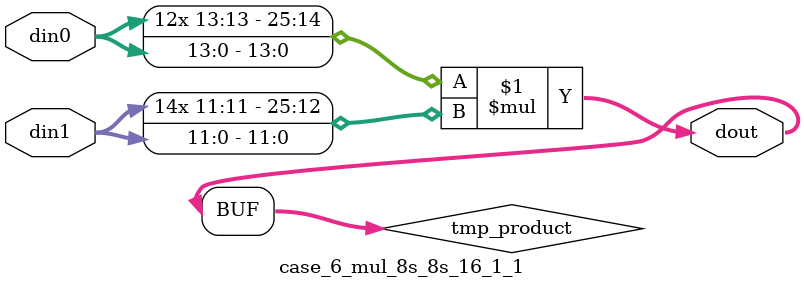
<source format=v>

`timescale 1 ns / 1 ps

 module case_6_mul_8s_8s_16_1_1(din0, din1, dout);
parameter ID = 1;
parameter NUM_STAGE = 0;
parameter din0_WIDTH = 14;
parameter din1_WIDTH = 12;
parameter dout_WIDTH = 26;

input [din0_WIDTH - 1 : 0] din0; 
input [din1_WIDTH - 1 : 0] din1; 
output [dout_WIDTH - 1 : 0] dout;

wire signed [dout_WIDTH - 1 : 0] tmp_product;



























assign tmp_product = $signed(din0) * $signed(din1);








assign dout = tmp_product;





















endmodule

</source>
